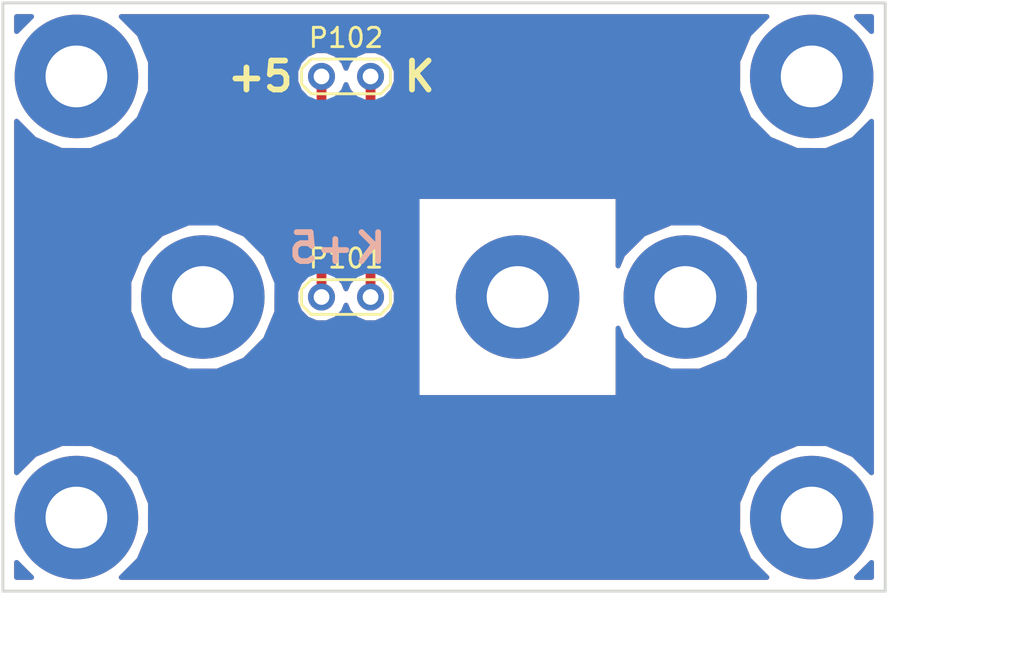
<source format=kicad_pcb>
(kicad_pcb (version 4) (host pcbnew 4.0.4+e1-6308~48~ubuntu15.10.1-stable)

  (general
    (links 2)
    (no_connects 0)
    (area 88.352143 75.47 152.63 113.190001)
    (thickness 1.6)
    (drawings 10)
    (tracks 2)
    (zones 0)
    (modules 9)
    (nets 3)
  )

  (page A4)
  (layers
    (0 F.Cu signal)
    (31 B.Cu signal)
    (32 B.Adhes user)
    (33 F.Adhes user)
    (34 B.Paste user)
    (35 F.Paste user)
    (36 B.SilkS user)
    (37 F.SilkS user)
    (38 B.Mask user)
    (39 F.Mask user)
    (40 Dwgs.User user)
    (41 Cmts.User user)
    (42 Eco1.User user)
    (43 Eco2.User user)
    (44 Edge.Cuts user)
    (45 Margin user)
    (46 B.CrtYd user)
    (47 F.CrtYd user)
    (48 B.Fab user)
    (49 F.Fab user)
  )

  (setup
    (last_trace_width 0.25)
    (user_trace_width 0.301)
    (user_trace_width 0.508)
    (user_trace_width 0.762)
    (user_trace_width 1.016)
    (user_trace_width 1.524)
    (user_trace_width 2.54)
    (trace_clearance 0.2)
    (zone_clearance 0.508)
    (zone_45_only yes)
    (trace_min 0.2)
    (segment_width 0.2)
    (edge_width 0.15)
    (via_size 0.6)
    (via_drill 0.4)
    (via_min_size 0.4)
    (via_min_drill 0.3)
    (user_via 1.524 0.762)
    (user_via 1.778 0.762)
    (uvia_size 0.3)
    (uvia_drill 0.1)
    (uvias_allowed no)
    (uvia_min_size 0.2)
    (uvia_min_drill 0.1)
    (pcb_text_width 0.3)
    (pcb_text_size 1.5 1.5)
    (mod_edge_width 0.15)
    (mod_text_size 1 1)
    (mod_text_width 0.15)
    (pad_size 6.4 6.4)
    (pad_drill 3.2)
    (pad_to_mask_clearance 0.2)
    (aux_axis_origin 0 0)
    (visible_elements FFFFFF7F)
    (pcbplotparams
      (layerselection 0x010f0_80000001)
      (usegerberextensions true)
      (excludeedgelayer true)
      (linewidth 0.100000)
      (plotframeref false)
      (viasonmask false)
      (mode 1)
      (useauxorigin false)
      (hpglpennumber 1)
      (hpglpenspeed 20)
      (hpglpendiameter 15)
      (hpglpenoverlay 2)
      (psnegative false)
      (psa4output false)
      (plotreference true)
      (plotvalue true)
      (plotinvisibletext false)
      (padsonsilk false)
      (subtractmaskfromsilk false)
      (outputformat 1)
      (mirror false)
      (drillshape 0)
      (scaleselection 1)
      (outputdirectory gerber/))
  )

  (net 0 "")
  (net 1 +5V)
  (net 2 /K-AlimAmpli)

  (net_class Default "Ceci est la Netclass par défaut"
    (clearance 0.2)
    (trace_width 0.25)
    (via_dia 0.6)
    (via_drill 0.4)
    (uvia_dia 0.3)
    (uvia_drill 0.1)
    (add_net +5V)
    (add_net /K-AlimAmpli)
  )

  (module Measurement_Points:Test_Point_2Pads (layer F.Cu) (tedit 56C3646A) (tstamp 58A5A238)
    (at 112.395 92.075)
    (descr "Connecteurs 2 pins")
    (tags "CONN DEV")
    (path /58A58284)
    (attr virtual)
    (fp_text reference P101 (at 1.27 -2) (layer F.SilkS)
      (effects (font (size 1 1) (thickness 0.15)))
    )
    (fp_text value CONN_01X02 (at 1.27 2) (layer F.Fab)
      (effects (font (size 1 1) (thickness 0.15)))
    )
    (fp_line (start -0.65 1.15) (end 3.15 1.15) (layer F.CrtYd) (width 0.05))
    (fp_line (start 3.15 1.15) (end 3.8 0.5) (layer F.CrtYd) (width 0.05))
    (fp_line (start 3.8 0.5) (end 3.8 -0.5) (layer F.CrtYd) (width 0.05))
    (fp_line (start 3.8 -0.5) (end 3.15 -1.15) (layer F.CrtYd) (width 0.05))
    (fp_line (start 3.15 -1.15) (end -0.65 -1.15) (layer F.CrtYd) (width 0.05))
    (fp_line (start -0.65 -1.15) (end -1.3 -0.5) (layer F.CrtYd) (width 0.05))
    (fp_line (start -1.3 -0.5) (end -1.3 0.5) (layer F.CrtYd) (width 0.05))
    (fp_line (start -1.3 0.5) (end -0.65 1.15) (layer F.CrtYd) (width 0.05))
    (fp_line (start -0.53 -0.9) (end 3.07 -0.9) (layer F.SilkS) (width 0.15))
    (fp_line (start 3.07 -0.9) (end 3.57 -0.4) (layer F.SilkS) (width 0.15))
    (fp_line (start 3.57 -0.4) (end 3.57 0.4) (layer F.SilkS) (width 0.15))
    (fp_line (start 3.57 0.4) (end 3.07 0.9) (layer F.SilkS) (width 0.15))
    (fp_line (start 3.07 0.9) (end -0.53 0.9) (layer F.SilkS) (width 0.15))
    (fp_line (start -0.53 0.9) (end -1.03 0.4) (layer F.SilkS) (width 0.15))
    (fp_line (start -1.03 0.4) (end -1.03 -0.4) (layer F.SilkS) (width 0.15))
    (fp_line (start -1.03 -0.4) (end -0.53 -0.9) (layer F.SilkS) (width 0.15))
    (pad 1 thru_hole circle (at 0 0) (size 1.4 1.4) (drill 0.8128) (layers *.Cu *.Mask)
      (net 1 +5V))
    (pad 2 thru_hole circle (at 2.54 0) (size 1.4 1.4) (drill 0.8128) (layers *.Cu *.Mask)
      (net 2 /K-AlimAmpli))
  )

  (module Measurement_Points:Test_Point_2Pads (layer F.Cu) (tedit 56C3646A) (tstamp 58A5A23E)
    (at 112.395 80.645)
    (descr "Connecteurs 2 pins")
    (tags "CONN DEV")
    (path /58A5829B)
    (attr virtual)
    (fp_text reference P102 (at 1.27 -2) (layer F.SilkS)
      (effects (font (size 1 1) (thickness 0.15)))
    )
    (fp_text value CONN_01X02 (at 1.27 2) (layer F.Fab)
      (effects (font (size 1 1) (thickness 0.15)))
    )
    (fp_line (start -0.65 1.15) (end 3.15 1.15) (layer F.CrtYd) (width 0.05))
    (fp_line (start 3.15 1.15) (end 3.8 0.5) (layer F.CrtYd) (width 0.05))
    (fp_line (start 3.8 0.5) (end 3.8 -0.5) (layer F.CrtYd) (width 0.05))
    (fp_line (start 3.8 -0.5) (end 3.15 -1.15) (layer F.CrtYd) (width 0.05))
    (fp_line (start 3.15 -1.15) (end -0.65 -1.15) (layer F.CrtYd) (width 0.05))
    (fp_line (start -0.65 -1.15) (end -1.3 -0.5) (layer F.CrtYd) (width 0.05))
    (fp_line (start -1.3 -0.5) (end -1.3 0.5) (layer F.CrtYd) (width 0.05))
    (fp_line (start -1.3 0.5) (end -0.65 1.15) (layer F.CrtYd) (width 0.05))
    (fp_line (start -0.53 -0.9) (end 3.07 -0.9) (layer F.SilkS) (width 0.15))
    (fp_line (start 3.07 -0.9) (end 3.57 -0.4) (layer F.SilkS) (width 0.15))
    (fp_line (start 3.57 -0.4) (end 3.57 0.4) (layer F.SilkS) (width 0.15))
    (fp_line (start 3.57 0.4) (end 3.07 0.9) (layer F.SilkS) (width 0.15))
    (fp_line (start 3.07 0.9) (end -0.53 0.9) (layer F.SilkS) (width 0.15))
    (fp_line (start -0.53 0.9) (end -1.03 0.4) (layer F.SilkS) (width 0.15))
    (fp_line (start -1.03 0.4) (end -1.03 -0.4) (layer F.SilkS) (width 0.15))
    (fp_line (start -1.03 -0.4) (end -0.53 -0.9) (layer F.SilkS) (width 0.15))
    (pad 1 thru_hole circle (at 0 0) (size 1.4 1.4) (drill 0.8128) (layers *.Cu *.Mask)
      (net 1 +5V))
    (pad 2 thru_hole circle (at 2.54 0) (size 1.4 1.4) (drill 0.8128) (layers *.Cu *.Mask)
      (net 2 /K-AlimAmpli))
  )

  (module Mounting_Holes:MountingHole_3.2mm_M3_Pad (layer F.Cu) (tedit 58A5A2E0) (tstamp 58A5A2D2)
    (at 99.695 80.645)
    (descr "Mounting Hole 3.2mm, M3")
    (tags "mounting hole 3.2mm m3")
    (fp_text reference REF** (at 0 -4.2) (layer F.SilkS) hide
      (effects (font (size 1 1) (thickness 0.15)))
    )
    (fp_text value MountingHole_3.2mm_M3_Pad (at 0 4.2) (layer F.Fab) hide
      (effects (font (size 1 1) (thickness 0.15)))
    )
    (fp_circle (center 0 0) (end 3.2 0) (layer Cmts.User) (width 0.15))
    (fp_circle (center 0 0) (end 3.45 0) (layer F.CrtYd) (width 0.05))
    (pad 1 thru_hole circle (at 0 0) (size 6.4 6.4) (drill 3.2) (layers *.Cu *.Mask))
  )

  (module Mounting_Holes:MountingHole_3.2mm_M3_Pad (layer F.Cu) (tedit 58A5A2F1) (tstamp 58A5A2E5)
    (at 99.695 103.505)
    (descr "Mounting Hole 3.2mm, M3")
    (tags "mounting hole 3.2mm m3")
    (fp_text reference REF** (at 0 -4.2) (layer F.SilkS) hide
      (effects (font (size 1 1) (thickness 0.15)))
    )
    (fp_text value MountingHole_3.2mm_M3_Pad (at 0 4.2) (layer F.Fab) hide
      (effects (font (size 1 1) (thickness 0.15)))
    )
    (fp_circle (center 0 0) (end 3.2 0) (layer Cmts.User) (width 0.15))
    (fp_circle (center 0 0) (end 3.45 0) (layer F.CrtYd) (width 0.05))
    (pad 1 thru_hole circle (at 0 0) (size 6.4 6.4) (drill 3.2) (layers *.Cu *.Mask))
  )

  (module Mounting_Holes:MountingHole_3.2mm_M3_Pad (layer F.Cu) (tedit 58A5A2FC) (tstamp 58A5A2F4)
    (at 137.795 80.645)
    (descr "Mounting Hole 3.2mm, M3")
    (tags "mounting hole 3.2mm m3")
    (fp_text reference REF** (at 0 -4.2) (layer F.SilkS) hide
      (effects (font (size 1 1) (thickness 0.15)))
    )
    (fp_text value MountingHole_3.2mm_M3_Pad (at 0 4.2) (layer F.Fab) hide
      (effects (font (size 1 1) (thickness 0.15)))
    )
    (fp_circle (center 0 0) (end 3.2 0) (layer Cmts.User) (width 0.15))
    (fp_circle (center 0 0) (end 3.45 0) (layer F.CrtYd) (width 0.05))
    (pad 1 thru_hole circle (at 0 0) (size 6.4 6.4) (drill 3.2) (layers *.Cu *.Mask))
  )

  (module Mounting_Holes:MountingHole_3.2mm_M3_Pad (layer F.Cu) (tedit 58A5A306) (tstamp 58A5A2FF)
    (at 137.795 103.505)
    (descr "Mounting Hole 3.2mm, M3")
    (tags "mounting hole 3.2mm m3")
    (fp_text reference REF** (at 0 -4.2) (layer F.SilkS) hide
      (effects (font (size 1 1) (thickness 0.15)))
    )
    (fp_text value MountingHole_3.2mm_M3_Pad (at 0 4.2) (layer F.Fab) hide
      (effects (font (size 1 1) (thickness 0.15)))
    )
    (fp_circle (center 0 0) (end 3.2 0) (layer Cmts.User) (width 0.15))
    (fp_circle (center 0 0) (end 3.45 0) (layer F.CrtYd) (width 0.05))
    (pad 1 thru_hole circle (at 0 0) (size 6.4 6.4) (drill 3.2) (layers *.Cu *.Mask))
  )

  (module Mounting_Holes:MountingHole_3.2mm_M3_Pad (layer F.Cu) (tedit 58A5A438) (tstamp 58A5A42E)
    (at 106.245 92.075)
    (descr "Mounting Hole 3.2mm, M3")
    (tags "mounting hole 3.2mm m3")
    (fp_text reference REF** (at 0 -4.2) (layer F.SilkS) hide
      (effects (font (size 1 1) (thickness 0.15)))
    )
    (fp_text value MountingHole_3.2mm_M3_Pad (at 0 4.2) (layer F.Fab) hide
      (effects (font (size 1 1) (thickness 0.15)))
    )
    (fp_circle (center 0 0) (end 3.2 0) (layer Cmts.User) (width 0.15))
    (fp_circle (center 0 0) (end 3.45 0) (layer F.CrtYd) (width 0.05))
    (pad 1 thru_hole circle (at 0 0) (size 6.4 6.4) (drill 3.2) (layers *.Cu *.Mask))
  )

  (module Mounting_Holes:MountingHole_3.2mm_M3_Pad (layer F.Cu) (tedit 58A5A445) (tstamp 58A5A43B)
    (at 131.245 92.075)
    (descr "Mounting Hole 3.2mm, M3")
    (tags "mounting hole 3.2mm m3")
    (fp_text reference REF** (at 0 -4.2) (layer F.SilkS) hide
      (effects (font (size 1 1) (thickness 0.15)))
    )
    (fp_text value MountingHole_3.2mm_M3_Pad (at 0 4.2) (layer F.Fab) hide
      (effects (font (size 1 1) (thickness 0.15)))
    )
    (fp_circle (center 0 0) (end 3.2 0) (layer Cmts.User) (width 0.15))
    (fp_circle (center 0 0) (end 3.45 0) (layer F.CrtYd) (width 0.05))
    (pad 1 thru_hole circle (at 0 0) (size 6.4 6.4) (drill 3.2) (layers *.Cu *.Mask))
  )

  (module Mounting_Holes:MountingHole_3.2mm_M3_Pad (layer F.Cu) (tedit 58AF5C32) (tstamp 58AF5952)
    (at 122.555 92.075)
    (descr "Mounting Hole 3.2mm, M3")
    (tags "mounting hole 3.2mm m3")
    (fp_text reference REF** (at 0 -4.2) (layer F.SilkS) hide
      (effects (font (size 1 1) (thickness 0.15)))
    )
    (fp_text value MountingHole_3.2mm_M3_Pad (at 0 4.2) (layer F.Fab) hide
      (effects (font (size 1 1) (thickness 0.15)))
    )
    (fp_circle (center 0 0) (end 3.2 0) (layer Cmts.User) (width 0.15))
    (fp_circle (center 0 0) (end 3.45 0) (layer F.CrtYd) (width 0.05))
    (pad 1 thru_hole circle (at 0 0) (size 6.4 6.4) (drill 3.2) (layers *.Cu *.Mask))
  )

  (gr_text +5 (at 112.395 89.535) (layer B.SilkS)
    (effects (font (size 1.5 1.5) (thickness 0.3)) (justify mirror))
  )
  (gr_text K (at 114.935 89.535) (layer B.SilkS)
    (effects (font (size 1.5 1.5) (thickness 0.3)) (justify mirror))
  )
  (gr_text +5 (at 109.22 80.645) (layer F.SilkS)
    (effects (font (size 1.5 1.5) (thickness 0.3)))
  )
  (gr_text K (at 117.475 80.645) (layer F.SilkS)
    (effects (font (size 1.5 1.5) (thickness 0.3)))
  )
  (dimension 30.48 (width 0.3) (layer Cmts.User)
    (gr_text "30,480 mm" (at 146.13 92.075 90) (layer Cmts.User)
      (effects (font (size 1.5 1.5) (thickness 0.3)))
    )
    (feature1 (pts (xy 141.605 76.835) (xy 147.48 76.835)))
    (feature2 (pts (xy 141.605 107.315) (xy 147.48 107.315)))
    (crossbar (pts (xy 144.78 107.315) (xy 144.78 76.835)))
    (arrow1a (pts (xy 144.78 76.835) (xy 145.366421 77.961504)))
    (arrow1b (pts (xy 144.78 76.835) (xy 144.193579 77.961504)))
    (arrow2a (pts (xy 144.78 107.315) (xy 145.366421 106.188496)))
    (arrow2b (pts (xy 144.78 107.315) (xy 144.193579 106.188496)))
  )
  (dimension 45.72 (width 0.3) (layer Cmts.User)
    (gr_text "45,720 mm" (at 118.745 111.84) (layer Cmts.User)
      (effects (font (size 1.5 1.5) (thickness 0.3)))
    )
    (feature1 (pts (xy 141.605 107.315) (xy 141.605 113.19)))
    (feature2 (pts (xy 95.885 107.315) (xy 95.885 113.19)))
    (crossbar (pts (xy 95.885 110.49) (xy 141.605 110.49)))
    (arrow1a (pts (xy 141.605 110.49) (xy 140.478496 111.076421)))
    (arrow1b (pts (xy 141.605 110.49) (xy 140.478496 109.903579)))
    (arrow2a (pts (xy 95.885 110.49) (xy 97.011504 111.076421)))
    (arrow2b (pts (xy 95.885 110.49) (xy 97.011504 109.903579)))
  )
  (gr_line (start 95.885 107.315) (end 95.885 76.835) (angle 90) (layer Edge.Cuts) (width 0.15))
  (gr_line (start 141.605 107.315) (end 95.885 107.315) (angle 90) (layer Edge.Cuts) (width 0.15))
  (gr_line (start 141.605 76.835) (end 141.605 107.315) (angle 90) (layer Edge.Cuts) (width 0.15))
  (gr_line (start 95.885 76.835) (end 141.605 76.835) (angle 90) (layer Edge.Cuts) (width 0.15))

  (segment (start 112.395 80.645) (end 112.395 92.075) (width 0.508) (layer F.Cu) (net 1))
  (segment (start 114.935 80.645) (end 114.935 92.075) (width 0.508) (layer F.Cu) (net 2))

  (zone (net 0) (net_name "") (layer B.Cu) (tstamp 58B02FDC) (hatch edge 0.508)
    (connect_pads (clearance 0.508))
    (min_thickness 0.254)
    (keepout (tracks not_allowed) (vias not_allowed) (copperpour not_allowed))
    (fill (arc_segments 16) (thermal_gap 0.508) (thermal_bridge_width 0.508))
    (polygon
      (pts
        (xy 127.635 86.995) (xy 127.635 97.155) (xy 117.475 97.155) (xy 117.475 86.995)
      )
    )
  )
  (zone (net 0) (net_name "") (layer F.Cu) (tstamp 58B02FDF) (hatch edge 0.508)
    (connect_pads (clearance 0.508))
    (min_thickness 0.254)
    (keepout (tracks not_allowed) (vias not_allowed) (copperpour not_allowed))
    (fill (arc_segments 16) (thermal_gap 0.508) (thermal_bridge_width 0.508))
    (polygon
      (pts
        (xy 117.475 86.995) (xy 127.635 86.995) (xy 127.635 97.155) (xy 117.475 97.155)
      )
    )
  )
  (zone (net 0) (net_name "") (layer B.Cu) (tstamp 58B0316E) (hatch edge 0.508)
    (connect_pads (clearance 0.508))
    (min_thickness 0.254)
    (fill yes (arc_segments 16) (thermal_gap 0.508) (thermal_bridge_width 0.508))
    (polygon
      (pts
        (xy 95.885 76.835) (xy 141.605 76.835) (xy 141.605 107.315) (xy 95.885 107.315)
      )
    )
    (filled_polygon
      (pts
        (xy 140.895 106.605) (xy 140.117832 106.605) (xy 140.895 105.829188)
      )
    )
    (filled_polygon
      (pts
        (xy 134.583026 78.432591) (xy 134.558657 78.45064) (xy 134.554076 78.46149) (xy 134.545741 78.469811) (xy 134.257533 79.163893)
        (xy 133.965264 79.856171) (xy 133.965184 79.867947) (xy 133.960667 79.878825) (xy 133.960011 80.630352) (xy 133.954913 81.381793)
        (xy 133.959346 81.392705) (xy 133.959336 81.404482) (xy 134.246304 82.098998) (xy 134.529181 82.795246) (xy 134.541778 82.814099)
        (xy 134.54195 82.814515) (xy 134.542271 82.814836) (xy 134.558657 82.83936) (xy 134.589714 82.862363) (xy 135.582591 83.856974)
        (xy 135.60064 83.881343) (xy 135.61149 83.885924) (xy 135.619811 83.894259) (xy 136.313893 84.182467) (xy 137.006171 84.474736)
        (xy 137.017947 84.474816) (xy 137.028825 84.479333) (xy 137.780352 84.479989) (xy 138.531793 84.485087) (xy 138.542705 84.480654)
        (xy 138.554482 84.480664) (xy 139.248998 84.193696) (xy 139.945246 83.910819) (xy 139.964099 83.898222) (xy 139.964515 83.89805)
        (xy 139.964836 83.897729) (xy 139.98936 83.881343) (xy 140.012363 83.850286) (xy 140.895 82.969188) (xy 140.895 101.182168)
        (xy 140.007409 100.293026) (xy 139.98936 100.268657) (xy 139.97851 100.264076) (xy 139.970189 100.255741) (xy 139.276107 99.967533)
        (xy 138.583829 99.675264) (xy 138.572053 99.675184) (xy 138.561175 99.670667) (xy 137.809648 99.670011) (xy 137.058207 99.664913)
        (xy 137.047295 99.669346) (xy 137.035518 99.669336) (xy 136.341002 99.956304) (xy 135.644754 100.239181) (xy 135.625901 100.251778)
        (xy 135.625485 100.25195) (xy 135.625164 100.252271) (xy 135.60064 100.268657) (xy 135.577637 100.299714) (xy 134.583026 101.292591)
        (xy 134.558657 101.31064) (xy 134.554076 101.32149) (xy 134.545741 101.329811) (xy 134.257533 102.023893) (xy 133.965264 102.716171)
        (xy 133.965184 102.727947) (xy 133.960667 102.738825) (xy 133.960011 103.490352) (xy 133.954913 104.241793) (xy 133.959346 104.252705)
        (xy 133.959336 104.264482) (xy 134.246304 104.958998) (xy 134.529181 105.655246) (xy 134.541778 105.674099) (xy 134.54195 105.674515)
        (xy 134.542271 105.674836) (xy 134.558657 105.69936) (xy 134.589714 105.722363) (xy 135.470812 106.605) (xy 102.017832 106.605)
        (xy 102.906974 105.717409) (xy 102.931343 105.69936) (xy 102.935924 105.68851) (xy 102.944259 105.680189) (xy 103.232467 104.986107)
        (xy 103.524736 104.293829) (xy 103.524816 104.282053) (xy 103.529333 104.271175) (xy 103.529989 103.519648) (xy 103.535087 102.768207)
        (xy 103.530654 102.757295) (xy 103.530664 102.745518) (xy 103.243696 102.051002) (xy 102.960819 101.354754) (xy 102.948222 101.335901)
        (xy 102.94805 101.335485) (xy 102.947729 101.335164) (xy 102.931343 101.31064) (xy 102.900286 101.287637) (xy 101.907409 100.293026)
        (xy 101.88936 100.268657) (xy 101.87851 100.264076) (xy 101.870189 100.255741) (xy 101.176107 99.967533) (xy 100.483829 99.675264)
        (xy 100.472053 99.675184) (xy 100.461175 99.670667) (xy 99.709648 99.670011) (xy 98.958207 99.664913) (xy 98.947295 99.669346)
        (xy 98.935518 99.669336) (xy 98.241002 99.956304) (xy 97.544754 100.239181) (xy 97.525901 100.251778) (xy 97.525485 100.25195)
        (xy 97.525164 100.252271) (xy 97.50064 100.268657) (xy 97.477637 100.299714) (xy 96.595 101.180812) (xy 96.595 92.811793)
        (xy 102.404913 92.811793) (xy 102.409346 92.822705) (xy 102.409336 92.834482) (xy 102.696304 93.528998) (xy 102.979181 94.225246)
        (xy 102.991778 94.244099) (xy 102.99195 94.244515) (xy 102.992271 94.244836) (xy 103.008657 94.26936) (xy 103.039714 94.292363)
        (xy 104.032591 95.286974) (xy 104.05064 95.311343) (xy 104.06149 95.315924) (xy 104.069811 95.324259) (xy 104.763893 95.612467)
        (xy 105.456171 95.904736) (xy 105.467947 95.904816) (xy 105.478825 95.909333) (xy 106.230352 95.909989) (xy 106.981793 95.915087)
        (xy 106.992705 95.910654) (xy 107.004482 95.910664) (xy 107.698998 95.623696) (xy 108.395246 95.340819) (xy 108.414099 95.328222)
        (xy 108.414515 95.32805) (xy 108.414836 95.327729) (xy 108.43936 95.311343) (xy 108.462363 95.280286) (xy 109.456974 94.287409)
        (xy 109.481343 94.26936) (xy 109.485924 94.25851) (xy 109.494259 94.250189) (xy 109.782467 93.556107) (xy 110.074736 92.863829)
        (xy 110.074816 92.852053) (xy 110.079333 92.841175) (xy 110.079771 92.339383) (xy 111.059769 92.339383) (xy 111.262582 92.830229)
        (xy 111.637796 93.206098) (xy 112.128287 93.409768) (xy 112.659383 93.410231) (xy 113.150229 93.207418) (xy 113.526098 92.832204)
        (xy 113.665091 92.497473) (xy 113.802582 92.830229) (xy 114.177796 93.206098) (xy 114.668287 93.409768) (xy 115.199383 93.410231)
        (xy 115.690229 93.207418) (xy 116.066098 92.832204) (xy 116.269768 92.341713) (xy 116.270231 91.810617) (xy 116.067418 91.319771)
        (xy 115.692204 90.943902) (xy 115.201713 90.740232) (xy 114.670617 90.739769) (xy 114.179771 90.942582) (xy 113.803902 91.317796)
        (xy 113.664909 91.652527) (xy 113.527418 91.319771) (xy 113.152204 90.943902) (xy 112.661713 90.740232) (xy 112.130617 90.739769)
        (xy 111.639771 90.942582) (xy 111.263902 91.317796) (xy 111.060232 91.808287) (xy 111.059769 92.339383) (xy 110.079771 92.339383)
        (xy 110.079989 92.089648) (xy 110.085087 91.338207) (xy 110.080654 91.327295) (xy 110.080664 91.315518) (xy 109.793696 90.621002)
        (xy 109.510819 89.924754) (xy 109.498222 89.905901) (xy 109.49805 89.905485) (xy 109.497729 89.905164) (xy 109.481343 89.88064)
        (xy 109.450286 89.857637) (xy 108.457409 88.863026) (xy 108.43936 88.838657) (xy 108.42851 88.834076) (xy 108.420189 88.825741)
        (xy 107.726107 88.537533) (xy 107.033829 88.245264) (xy 107.022053 88.245184) (xy 107.011175 88.240667) (xy 106.259648 88.240011)
        (xy 105.508207 88.234913) (xy 105.497295 88.239346) (xy 105.485518 88.239336) (xy 104.791002 88.526304) (xy 104.094754 88.809181)
        (xy 104.075901 88.821778) (xy 104.075485 88.82195) (xy 104.075164 88.822271) (xy 104.05064 88.838657) (xy 104.027637 88.869714)
        (xy 103.033026 89.862591) (xy 103.008657 89.88064) (xy 103.004076 89.89149) (xy 102.995741 89.899811) (xy 102.707533 90.593893)
        (xy 102.415264 91.286171) (xy 102.415184 91.297947) (xy 102.410667 91.308825) (xy 102.410011 92.060352) (xy 102.404913 92.811793)
        (xy 96.595 92.811793) (xy 96.595 86.995) (xy 117.348 86.995) (xy 117.348 97.155) (xy 117.356685 97.201159)
        (xy 117.383965 97.243553) (xy 117.42559 97.271994) (xy 117.475 97.282) (xy 127.635 97.282) (xy 127.681159 97.273315)
        (xy 127.723553 97.246035) (xy 127.751994 97.20441) (xy 127.762 97.155) (xy 127.762 93.690696) (xy 127.979181 94.225246)
        (xy 127.991778 94.244099) (xy 127.99195 94.244515) (xy 127.992271 94.244836) (xy 128.008657 94.26936) (xy 128.039714 94.292363)
        (xy 129.032591 95.286974) (xy 129.05064 95.311343) (xy 129.06149 95.315924) (xy 129.069811 95.324259) (xy 129.763893 95.612467)
        (xy 130.456171 95.904736) (xy 130.467947 95.904816) (xy 130.478825 95.909333) (xy 131.230352 95.909989) (xy 131.981793 95.915087)
        (xy 131.992705 95.910654) (xy 132.004482 95.910664) (xy 132.698998 95.623696) (xy 133.395246 95.340819) (xy 133.414099 95.328222)
        (xy 133.414515 95.32805) (xy 133.414836 95.327729) (xy 133.43936 95.311343) (xy 133.462363 95.280286) (xy 134.456974 94.287409)
        (xy 134.481343 94.26936) (xy 134.485924 94.25851) (xy 134.494259 94.250189) (xy 134.782467 93.556107) (xy 135.074736 92.863829)
        (xy 135.074816 92.852053) (xy 135.079333 92.841175) (xy 135.079989 92.089648) (xy 135.085087 91.338207) (xy 135.080654 91.327295)
        (xy 135.080664 91.315518) (xy 134.793696 90.621002) (xy 134.510819 89.924754) (xy 134.498222 89.905901) (xy 134.49805 89.905485)
        (xy 134.497729 89.905164) (xy 134.481343 89.88064) (xy 134.450286 89.857637) (xy 133.457409 88.863026) (xy 133.43936 88.838657)
        (xy 133.42851 88.834076) (xy 133.420189 88.825741) (xy 132.726107 88.537533) (xy 132.033829 88.245264) (xy 132.022053 88.245184)
        (xy 132.011175 88.240667) (xy 131.259648 88.240011) (xy 130.508207 88.234913) (xy 130.497295 88.239346) (xy 130.485518 88.239336)
        (xy 129.791002 88.526304) (xy 129.094754 88.809181) (xy 129.075901 88.821778) (xy 129.075485 88.82195) (xy 129.075164 88.822271)
        (xy 129.05064 88.838657) (xy 129.027637 88.869714) (xy 128.033026 89.862591) (xy 128.008657 89.88064) (xy 128.004076 89.89149)
        (xy 127.995741 89.899811) (xy 127.762 90.462722) (xy 127.762 86.995) (xy 127.753315 86.948841) (xy 127.726035 86.906447)
        (xy 127.68441 86.878006) (xy 127.635 86.868) (xy 117.475 86.868) (xy 117.428841 86.876685) (xy 117.386447 86.903965)
        (xy 117.358006 86.94559) (xy 117.348 86.995) (xy 96.595 86.995) (xy 96.595 82.967832) (xy 97.482591 83.856974)
        (xy 97.50064 83.881343) (xy 97.51149 83.885924) (xy 97.519811 83.894259) (xy 98.213893 84.182467) (xy 98.906171 84.474736)
        (xy 98.917947 84.474816) (xy 98.928825 84.479333) (xy 99.680352 84.479989) (xy 100.431793 84.485087) (xy 100.442705 84.480654)
        (xy 100.454482 84.480664) (xy 101.148998 84.193696) (xy 101.845246 83.910819) (xy 101.864099 83.898222) (xy 101.864515 83.89805)
        (xy 101.864836 83.897729) (xy 101.88936 83.881343) (xy 101.912363 83.850286) (xy 102.906974 82.857409) (xy 102.931343 82.83936)
        (xy 102.935924 82.82851) (xy 102.944259 82.820189) (xy 103.232467 82.126107) (xy 103.524736 81.433829) (xy 103.524816 81.422053)
        (xy 103.529333 81.411175) (xy 103.529771 80.909383) (xy 111.059769 80.909383) (xy 111.262582 81.400229) (xy 111.637796 81.776098)
        (xy 112.128287 81.979768) (xy 112.659383 81.980231) (xy 113.150229 81.777418) (xy 113.526098 81.402204) (xy 113.665091 81.067473)
        (xy 113.802582 81.400229) (xy 114.177796 81.776098) (xy 114.668287 81.979768) (xy 115.199383 81.980231) (xy 115.690229 81.777418)
        (xy 116.066098 81.402204) (xy 116.269768 80.911713) (xy 116.270231 80.380617) (xy 116.067418 79.889771) (xy 115.692204 79.513902)
        (xy 115.201713 79.310232) (xy 114.670617 79.309769) (xy 114.179771 79.512582) (xy 113.803902 79.887796) (xy 113.664909 80.222527)
        (xy 113.527418 79.889771) (xy 113.152204 79.513902) (xy 112.661713 79.310232) (xy 112.130617 79.309769) (xy 111.639771 79.512582)
        (xy 111.263902 79.887796) (xy 111.060232 80.378287) (xy 111.059769 80.909383) (xy 103.529771 80.909383) (xy 103.529989 80.659648)
        (xy 103.535087 79.908207) (xy 103.530654 79.897295) (xy 103.530664 79.885518) (xy 103.243696 79.191002) (xy 102.960819 78.494754)
        (xy 102.948222 78.475901) (xy 102.94805 78.475485) (xy 102.947729 78.475164) (xy 102.931343 78.45064) (xy 102.900286 78.427637)
        (xy 102.019188 77.545) (xy 135.472168 77.545)
      )
    )
    (filled_polygon
      (pts
        (xy 97.370812 106.605) (xy 96.595 106.605) (xy 96.595 105.827832)
      )
    )
    (filled_polygon
      (pts
        (xy 140.895 78.322168) (xy 140.119188 77.545) (xy 140.895 77.545)
      )
    )
    (filled_polygon
      (pts
        (xy 96.595 78.320812) (xy 96.595 77.545) (xy 97.372168 77.545)
      )
    )
  )
  (zone (net 0) (net_name "") (layer F.Cu) (tstamp 58B03179) (hatch edge 0.508)
    (connect_pads (clearance 0.508))
    (min_thickness 0.254)
    (fill yes (arc_segments 16) (thermal_gap 0.508) (thermal_bridge_width 0.508))
    (polygon
      (pts
        (xy 95.885 76.835) (xy 141.605 76.835) (xy 141.605 107.315) (xy 95.885 107.315)
      )
    )
    (filled_polygon
      (pts
        (xy 140.895 106.605) (xy 140.117832 106.605) (xy 140.895 105.829188)
      )
    )
    (filled_polygon
      (pts
        (xy 97.370812 106.605) (xy 96.595 106.605) (xy 96.595 105.827832)
      )
    )
    (filled_polygon
      (pts
        (xy 134.583026 78.432591) (xy 134.558657 78.45064) (xy 134.554076 78.46149) (xy 134.545741 78.469811) (xy 134.257533 79.163893)
        (xy 133.965264 79.856171) (xy 133.965184 79.867947) (xy 133.960667 79.878825) (xy 133.960011 80.630352) (xy 133.954913 81.381793)
        (xy 133.959346 81.392705) (xy 133.959336 81.404482) (xy 134.246304 82.098998) (xy 134.529181 82.795246) (xy 134.541778 82.814099)
        (xy 134.54195 82.814515) (xy 134.542271 82.814836) (xy 134.558657 82.83936) (xy 134.589714 82.862363) (xy 135.582591 83.856974)
        (xy 135.60064 83.881343) (xy 135.61149 83.885924) (xy 135.619811 83.894259) (xy 136.313893 84.182467) (xy 137.006171 84.474736)
        (xy 137.017947 84.474816) (xy 137.028825 84.479333) (xy 137.780352 84.479989) (xy 138.531793 84.485087) (xy 138.542705 84.480654)
        (xy 138.554482 84.480664) (xy 139.248998 84.193696) (xy 139.945246 83.910819) (xy 139.964099 83.898222) (xy 139.964515 83.89805)
        (xy 139.964836 83.897729) (xy 139.98936 83.881343) (xy 140.012363 83.850286) (xy 140.895 82.969188) (xy 140.895 101.182168)
        (xy 140.007409 100.293026) (xy 139.98936 100.268657) (xy 139.97851 100.264076) (xy 139.970189 100.255741) (xy 139.276107 99.967533)
        (xy 138.583829 99.675264) (xy 138.572053 99.675184) (xy 138.561175 99.670667) (xy 137.809648 99.670011) (xy 137.058207 99.664913)
        (xy 137.047295 99.669346) (xy 137.035518 99.669336) (xy 136.341002 99.956304) (xy 135.644754 100.239181) (xy 135.625901 100.251778)
        (xy 135.625485 100.25195) (xy 135.625164 100.252271) (xy 135.60064 100.268657) (xy 135.577637 100.299714) (xy 134.583026 101.292591)
        (xy 134.558657 101.31064) (xy 134.554076 101.32149) (xy 134.545741 101.329811) (xy 134.257533 102.023893) (xy 133.965264 102.716171)
        (xy 133.965184 102.727947) (xy 133.960667 102.738825) (xy 133.960011 103.490352) (xy 133.954913 104.241793) (xy 133.959346 104.252705)
        (xy 133.959336 104.264482) (xy 134.246304 104.958998) (xy 134.529181 105.655246) (xy 134.541778 105.674099) (xy 134.54195 105.674515)
        (xy 134.542271 105.674836) (xy 134.558657 105.69936) (xy 134.589714 105.722363) (xy 135.470812 106.605) (xy 102.017832 106.605)
        (xy 102.906974 105.717409) (xy 102.931343 105.69936) (xy 102.935924 105.68851) (xy 102.944259 105.680189) (xy 103.232467 104.986107)
        (xy 103.524736 104.293829) (xy 103.524816 104.282053) (xy 103.529333 104.271175) (xy 103.529989 103.519648) (xy 103.535087 102.768207)
        (xy 103.530654 102.757295) (xy 103.530664 102.745518) (xy 103.243696 102.051002) (xy 102.960819 101.354754) (xy 102.948222 101.335901)
        (xy 102.94805 101.335485) (xy 102.947729 101.335164) (xy 102.931343 101.31064) (xy 102.900286 101.287637) (xy 101.907409 100.293026)
        (xy 101.88936 100.268657) (xy 101.87851 100.264076) (xy 101.870189 100.255741) (xy 101.176107 99.967533) (xy 100.483829 99.675264)
        (xy 100.472053 99.675184) (xy 100.461175 99.670667) (xy 99.709648 99.670011) (xy 98.958207 99.664913) (xy 98.947295 99.669346)
        (xy 98.935518 99.669336) (xy 98.241002 99.956304) (xy 97.544754 100.239181) (xy 97.525901 100.251778) (xy 97.525485 100.25195)
        (xy 97.525164 100.252271) (xy 97.50064 100.268657) (xy 97.477637 100.299714) (xy 96.595 101.180812) (xy 96.595 92.811793)
        (xy 102.404913 92.811793) (xy 102.409346 92.822705) (xy 102.409336 92.834482) (xy 102.696304 93.528998) (xy 102.979181 94.225246)
        (xy 102.991778 94.244099) (xy 102.99195 94.244515) (xy 102.992271 94.244836) (xy 103.008657 94.26936) (xy 103.039714 94.292363)
        (xy 104.032591 95.286974) (xy 104.05064 95.311343) (xy 104.06149 95.315924) (xy 104.069811 95.324259) (xy 104.763893 95.612467)
        (xy 105.456171 95.904736) (xy 105.467947 95.904816) (xy 105.478825 95.909333) (xy 106.230352 95.909989) (xy 106.981793 95.915087)
        (xy 106.992705 95.910654) (xy 107.004482 95.910664) (xy 107.698998 95.623696) (xy 108.395246 95.340819) (xy 108.414099 95.328222)
        (xy 108.414515 95.32805) (xy 108.414836 95.327729) (xy 108.43936 95.311343) (xy 108.462363 95.280286) (xy 109.456974 94.287409)
        (xy 109.481343 94.26936) (xy 109.485924 94.25851) (xy 109.494259 94.250189) (xy 109.782467 93.556107) (xy 110.074736 92.863829)
        (xy 110.074816 92.852053) (xy 110.079333 92.841175) (xy 110.079989 92.089648) (xy 110.085087 91.338207) (xy 110.080654 91.327295)
        (xy 110.080664 91.315518) (xy 109.793696 90.621002) (xy 109.510819 89.924754) (xy 109.498222 89.905901) (xy 109.49805 89.905485)
        (xy 109.497729 89.905164) (xy 109.481343 89.88064) (xy 109.450286 89.857637) (xy 108.457409 88.863026) (xy 108.43936 88.838657)
        (xy 108.42851 88.834076) (xy 108.420189 88.825741) (xy 107.726107 88.537533) (xy 107.033829 88.245264) (xy 107.022053 88.245184)
        (xy 107.011175 88.240667) (xy 106.259648 88.240011) (xy 105.508207 88.234913) (xy 105.497295 88.239346) (xy 105.485518 88.239336)
        (xy 104.791002 88.526304) (xy 104.094754 88.809181) (xy 104.075901 88.821778) (xy 104.075485 88.82195) (xy 104.075164 88.822271)
        (xy 104.05064 88.838657) (xy 104.027637 88.869714) (xy 103.033026 89.862591) (xy 103.008657 89.88064) (xy 103.004076 89.89149)
        (xy 102.995741 89.899811) (xy 102.707533 90.593893) (xy 102.415264 91.286171) (xy 102.415184 91.297947) (xy 102.410667 91.308825)
        (xy 102.410011 92.060352) (xy 102.404913 92.811793) (xy 96.595 92.811793) (xy 96.595 82.967832) (xy 97.482591 83.856974)
        (xy 97.50064 83.881343) (xy 97.51149 83.885924) (xy 97.519811 83.894259) (xy 98.213893 84.182467) (xy 98.906171 84.474736)
        (xy 98.917947 84.474816) (xy 98.928825 84.479333) (xy 99.680352 84.479989) (xy 100.431793 84.485087) (xy 100.442705 84.480654)
        (xy 100.454482 84.480664) (xy 101.148998 84.193696) (xy 101.845246 83.910819) (xy 101.864099 83.898222) (xy 101.864515 83.89805)
        (xy 101.864836 83.897729) (xy 101.88936 83.881343) (xy 101.912363 83.850286) (xy 102.906974 82.857409) (xy 102.931343 82.83936)
        (xy 102.935924 82.82851) (xy 102.944259 82.820189) (xy 103.232467 82.126107) (xy 103.524736 81.433829) (xy 103.524816 81.422053)
        (xy 103.529333 81.411175) (xy 103.529771 80.909383) (xy 111.059769 80.909383) (xy 111.262582 81.400229) (xy 111.506 81.644072)
        (xy 111.506 91.07612) (xy 111.263902 91.317796) (xy 111.060232 91.808287) (xy 111.059769 92.339383) (xy 111.262582 92.830229)
        (xy 111.637796 93.206098) (xy 112.128287 93.409768) (xy 112.659383 93.410231) (xy 113.150229 93.207418) (xy 113.526098 92.832204)
        (xy 113.665091 92.497473) (xy 113.802582 92.830229) (xy 114.177796 93.206098) (xy 114.668287 93.409768) (xy 115.199383 93.410231)
        (xy 115.690229 93.207418) (xy 116.066098 92.832204) (xy 116.269768 92.341713) (xy 116.270231 91.810617) (xy 116.067418 91.319771)
        (xy 115.824 91.075928) (xy 115.824 86.995) (xy 117.348 86.995) (xy 117.348 97.155) (xy 117.356685 97.201159)
        (xy 117.383965 97.243553) (xy 117.42559 97.271994) (xy 117.475 97.282) (xy 127.635 97.282) (xy 127.681159 97.273315)
        (xy 127.723553 97.246035) (xy 127.751994 97.20441) (xy 127.762 97.155) (xy 127.762 93.690696) (xy 127.979181 94.225246)
        (xy 127.991778 94.244099) (xy 127.99195 94.244515) (xy 127.992271 94.244836) (xy 128.008657 94.26936) (xy 128.039714 94.292363)
        (xy 129.032591 95.286974) (xy 129.05064 95.311343) (xy 129.06149 95.315924) (xy 129.069811 95.324259) (xy 129.763893 95.612467)
        (xy 130.456171 95.904736) (xy 130.467947 95.904816) (xy 130.478825 95.909333) (xy 131.230352 95.909989) (xy 131.981793 95.915087)
        (xy 131.992705 95.910654) (xy 132.004482 95.910664) (xy 132.698998 95.623696) (xy 133.395246 95.340819) (xy 133.414099 95.328222)
        (xy 133.414515 95.32805) (xy 133.414836 95.327729) (xy 133.43936 95.311343) (xy 133.462363 95.280286) (xy 134.456974 94.287409)
        (xy 134.481343 94.26936) (xy 134.485924 94.25851) (xy 134.494259 94.250189) (xy 134.782467 93.556107) (xy 135.074736 92.863829)
        (xy 135.074816 92.852053) (xy 135.079333 92.841175) (xy 135.079989 92.089648) (xy 135.085087 91.338207) (xy 135.080654 91.327295)
        (xy 135.080664 91.315518) (xy 134.793696 90.621002) (xy 134.510819 89.924754) (xy 134.498222 89.905901) (xy 134.49805 89.905485)
        (xy 134.497729 89.905164) (xy 134.481343 89.88064) (xy 134.450286 89.857637) (xy 133.457409 88.863026) (xy 133.43936 88.838657)
        (xy 133.42851 88.834076) (xy 133.420189 88.825741) (xy 132.726107 88.537533) (xy 132.033829 88.245264) (xy 132.022053 88.245184)
        (xy 132.011175 88.240667) (xy 131.259648 88.240011) (xy 130.508207 88.234913) (xy 130.497295 88.239346) (xy 130.485518 88.239336)
        (xy 129.791002 88.526304) (xy 129.094754 88.809181) (xy 129.075901 88.821778) (xy 129.075485 88.82195) (xy 129.075164 88.822271)
        (xy 129.05064 88.838657) (xy 129.027637 88.869714) (xy 128.033026 89.862591) (xy 128.008657 89.88064) (xy 128.004076 89.89149)
        (xy 127.995741 89.899811) (xy 127.762 90.462722) (xy 127.762 86.995) (xy 127.753315 86.948841) (xy 127.726035 86.906447)
        (xy 127.68441 86.878006) (xy 127.635 86.868) (xy 117.475 86.868) (xy 117.428841 86.876685) (xy 117.386447 86.903965)
        (xy 117.358006 86.94559) (xy 117.348 86.995) (xy 115.824 86.995) (xy 115.824 81.64388) (xy 116.066098 81.402204)
        (xy 116.269768 80.911713) (xy 116.270231 80.380617) (xy 116.067418 79.889771) (xy 115.692204 79.513902) (xy 115.201713 79.310232)
        (xy 114.670617 79.309769) (xy 114.179771 79.512582) (xy 113.803902 79.887796) (xy 113.664909 80.222527) (xy 113.527418 79.889771)
        (xy 113.152204 79.513902) (xy 112.661713 79.310232) (xy 112.130617 79.309769) (xy 111.639771 79.512582) (xy 111.263902 79.887796)
        (xy 111.060232 80.378287) (xy 111.059769 80.909383) (xy 103.529771 80.909383) (xy 103.529989 80.659648) (xy 103.535087 79.908207)
        (xy 103.530654 79.897295) (xy 103.530664 79.885518) (xy 103.243696 79.191002) (xy 102.960819 78.494754) (xy 102.948222 78.475901)
        (xy 102.94805 78.475485) (xy 102.947729 78.475164) (xy 102.931343 78.45064) (xy 102.900286 78.427637) (xy 102.019188 77.545)
        (xy 135.472168 77.545)
      )
    )
    (filled_polygon
      (pts
        (xy 113.802582 81.400229) (xy 114.046 81.644072) (xy 114.046 91.07612) (xy 113.803902 91.317796) (xy 113.664909 91.652527)
        (xy 113.527418 91.319771) (xy 113.284 91.075928) (xy 113.284 81.64388) (xy 113.526098 81.402204) (xy 113.665091 81.067473)
      )
    )
    (filled_polygon
      (pts
        (xy 140.895 78.322168) (xy 140.119188 77.545) (xy 140.895 77.545)
      )
    )
    (filled_polygon
      (pts
        (xy 96.595 78.320812) (xy 96.595 77.545) (xy 97.372168 77.545)
      )
    )
  )
)

</source>
